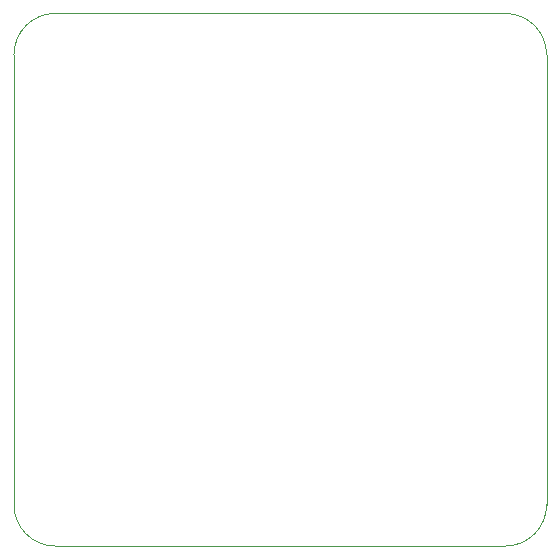
<source format=gm1>
%TF.GenerationSoftware,KiCad,Pcbnew,7.0.7*%
%TF.CreationDate,2024-04-13T00:05:32-04:00*%
%TF.ProjectId,processor,70726f63-6573-4736-9f72-2e6b69636164,rev?*%
%TF.SameCoordinates,Original*%
%TF.FileFunction,Profile,NP*%
%FSLAX46Y46*%
G04 Gerber Fmt 4.6, Leading zero omitted, Abs format (unit mm)*
G04 Created by KiCad (PCBNEW 7.0.7) date 2024-04-13 00:05:32*
%MOMM*%
%LPD*%
G01*
G04 APERTURE LIST*
%TA.AperFunction,Profile*%
%ADD10C,0.100000*%
%TD*%
G04 APERTURE END LIST*
D10*
X176600000Y-69200000D02*
X176600000Y-107300000D01*
X135000000Y-65700000D02*
G75*
G03*
X131500000Y-69200000I0J-3500000D01*
G01*
X173100000Y-65700000D02*
X135000000Y-65700000D01*
X131500000Y-69200000D02*
X131500000Y-107300000D01*
X176600000Y-69200000D02*
G75*
G03*
X173100000Y-65700000I-3500000J0D01*
G01*
X135000000Y-110800000D02*
X173100000Y-110800000D01*
X131500000Y-107300000D02*
G75*
G03*
X135000000Y-110800000I3500000J0D01*
G01*
X173100000Y-110800000D02*
G75*
G03*
X176600000Y-107300000I0J3500000D01*
G01*
M02*

</source>
